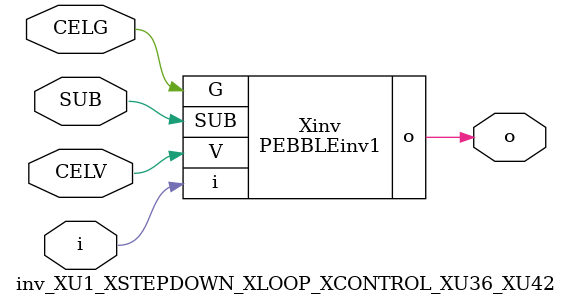
<source format=v>



module PEBBLEinv1 ( o, G, SUB, V, i );

  input V;
  input i;
  input G;
  output o;
  input SUB;
endmodule

//Celera Confidential Do Not Copy inv_XU1_XSTEPDOWN_XLOOP_XCONTROL_XU36_XU42
//Celera Confidential Symbol Generator
//5V Inverter
module inv_XU1_XSTEPDOWN_XLOOP_XCONTROL_XU36_XU42 (CELV,CELG,i,o,SUB);
input CELV;
input CELG;
input i;
input SUB;
output o;

//Celera Confidential Do Not Copy inv
PEBBLEinv1 Xinv(
.V (CELV),
.i (i),
.o (o),
.SUB (SUB),
.G (CELG)
);
//,diesize,PEBBLEinv1

//Celera Confidential Do Not Copy Module End
//Celera Schematic Generator
endmodule

</source>
